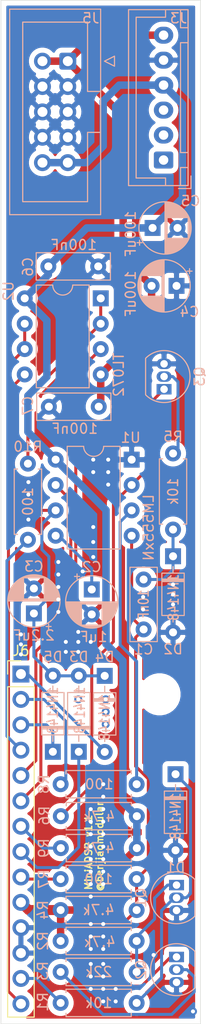
<source format=kicad_pcb>
(kicad_pcb (version 20171130) (host pcbnew 5.1.9+dfsg1-1~bpo10+1)
  (layers (0 F.Cu signal) (31 B.Cu signal) (34 B.Paste user hide) (35 F.Paste user hide) (36 B.SilkS user) (37 F.SilkS user) (38 B.Mask user) (39 F.Mask user) (44 Edge.Cuts user))
  (net 0 "")
  (net 1 "Net-(C1-Pad1)")
  (net 2 "Net-(C1-Pad2)")
  (net 3 "Net-(C2-Pad1)")
  (net 4 GND2)
  (net 5 "Net-(C3-Pad1)")
  (net 6 +12V)
  (net 7 -12V)
  (net 8 "Net-(D1-Pad1)")
  (net 9 "Net-(Q1-Pad1)")
  (net 10 "Net-(Q2-Pad2)")
  (net 11 "Net-(Q3-Pad2)")
  (net 12 "Net-(Q3-Pad1)")
  (net 13 "Net-(R8-Pad1)")
  (net 14 "Net-(R10-Pad1)")
  (net 15 B4)
  (net 16 B5)
  (net 17 B1)
  (net 18 B2)
  (net 19 B3)
  (net 20 B6)
  (net 21 B7)
  (net 22 B8)
  (net 23 B9)
  (net 24 B10)
  (net 25 B11)
  (module Capacitor_THT:C_Rect_L7.2mm_W2.5mm_P5.00mm_FKS2_FKP2_MKS2_MKP2 (layer B.Cu) (at 149.3 111 270)
    (fp_text reference C1 (at 7 0 180) (layer B.SilkS) (effects (justify mirror)))
    (fp_text value 10nF (at 2.5 0 90) (layer B.SilkS) (effects (font (size 1 0.8)) (justify mirror)))
    (pad 1 thru_hole circle (at 0 0 270) (size 1.6 1.6) (drill 0.8) (layers *.Cu *.Mask) (net 1 "Net-(C1-Pad1)"))
    (pad 2 thru_hole circle (at 5 0 270) (size 1.6 1.6) (drill 0.8) (layers *.Cu *.Mask) (net 2 "Net-(C1-Pad2)"))
  )
  (module Diode_THT:D_DO-35_SOD27_P7.62mm_Horizontal (layer B.Cu) (at 152.5 130.5 270)
    (fp_text reference D1 (at 9.35 0 180) (layer B.SilkS) (effects (justify mirror)))
    (fp_text value 1N4148 (at 4.2 0 270) (layer B.SilkS) (effects (font (size 1 0.8)) (justify mirror)))
    (pad 2 thru_hole oval (at 7.62 0 270) (size 1.6 1.6) (drill 0.8) (layers *.Cu *.Mask) (net 4 GND2))
    (pad 1 thru_hole rect (at 0 0 270) (size 1.6 1.6) (drill 0.8) (layers *.Cu *.Mask) (net 8 "Net-(D1-Pad1)"))
  )
  (module Resistor_THT:R_Axial_DIN0207_L6.3mm_D2.5mm_P7.62mm_Horizontal (layer B.Cu) (at 152.25 106 90)
    (fp_text reference R5 (at 9.3 0 180) (layer B.SilkS) (effects (justify mirror)))
    (fp_text value 10k (at 3.81 0 90) (layer B.SilkS) (effects (justify mirror)))
    (pad 1 thru_hole circle (at 0 0 90) (size 1.6 1.6) (drill 0.8) (layers *.Cu *.Mask) (net 1 "Net-(C1-Pad1)"))
    (pad 2 thru_hole oval (at 7.62 0 90) (size 1.6 1.6) (drill 0.8) (layers *.Cu *.Mask) (net 11 "Net-(Q3-Pad2)"))
  )
  (module Diode_THT:D_DO-35_SOD27_P7.62mm_Horizontal (layer B.Cu) (at 152.25 108.675 270)
    (fp_text reference D2 (at 9.3 0 180) (layer B.SilkS) (effects (justify mirror)))
    (fp_text value 1N4148 (at 4.125 -0.05 270) (layer B.SilkS) (effects (font (size 1 0.8)) (justify mirror)))
    (pad 1 thru_hole rect (at 0 0 270) (size 1.6 1.6) (drill 0.8) (layers *.Cu *.Mask) (net 1 "Net-(C1-Pad1)"))
    (pad 2 thru_hole oval (at 7.62 0 270) (size 1.6 1.6) (drill 0.8) (layers *.Cu *.Mask) (net 4 GND2))
  )
  (module Package_DIP:DIP-8_W7.62mm (layer B.Cu) (at 148.1 99 180)
    (fp_text reference U1 (at 0.1 2.2 180) (layer B.SilkS) (effects (justify mirror)))
    (fp_text value LM555xN (at -1.7 -6.8 90) (layer B.SilkS) (effects (justify mirror)))
    (pad 1 thru_hole rect (at 0 0 180) (size 1.6 1.6) (drill 0.8) (layers *.Cu *.Mask) (net 4 GND2))
    (pad 5 thru_hole oval (at 7.62 -7.62 180) (size 1.6 1.6) (drill 0.8) (layers *.Cu *.Mask) (net 3 "Net-(C2-Pad1)"))
    (pad 2 thru_hole oval (at 0 -2.54 180) (size 1.6 1.6) (drill 0.8) (layers *.Cu *.Mask) (net 12 "Net-(Q3-Pad1)"))
    (pad 6 thru_hole oval (at 7.62 -5.08 180) (size 1.6 1.6) (drill 0.8) (layers *.Cu *.Mask) (net 5 "Net-(C3-Pad1)"))
    (pad 3 thru_hole oval (at 0 -5.08 180) (size 1.6 1.6) (drill 0.8) (layers *.Cu *.Mask) (net 13 "Net-(R8-Pad1)"))
    (pad 7 thru_hole oval (at 7.62 -2.54 180) (size 1.6 1.6) (drill 0.8) (layers *.Cu *.Mask) (net 21 B7))
    (pad 4 thru_hole oval (at 0 -7.62 180) (size 1.6 1.6) (drill 0.8) (layers *.Cu *.Mask) (net 2 "Net-(C1-Pad2)"))
    (pad 8 thru_hole oval (at 7.62 0 180) (size 1.6 1.6) (drill 0.8) (layers *.Cu *.Mask) (net 6 +12V))
  )
  (module Capacitor_THT:CP_Radial_D5.0mm_P2.50mm (layer B.Cu) (at 144.1 112 270)
    (fp_text reference C2 (at -2.25 0 180) (layer B.SilkS) (effects (justify mirror)))
    (fp_text value 1uF (at 4.75 -0.2 180) (layer B.SilkS) (effects (justify mirror)))
    (pad 2 thru_hole circle (at 2.5 0 270) (size 1.6 1.6) (drill 0.8) (layers *.Cu *.Mask) (net 4 GND2))
    (pad 1 thru_hole rect (at 0 0 270) (size 1.6 1.6) (drill 0.8) (layers *.Cu *.Mask) (net 3 "Net-(C2-Pad1)"))
  )
  (module Connector_PinHeader_2.54mm:PinHeader_1x14_P2.54mm_Vertical (layer F.Cu) (at 137 120.47)
    (fp_text reference J6 (at 0 -2.33) (layer F.SilkS))
    (fp_text value MainBoard_Pins)
    (pad 1 thru_hole rect (at 0 0) (size 1.7 1.7) (drill 1) (layers *.Cu *.Mask) (net 19 B3))
    (pad 2 thru_hole oval (at 0 2.54) (size 1.7 1.7) (drill 1) (layers *.Cu *.Mask) (net 15 B4))
    (pad 3 thru_hole oval (at 0 5.08) (size 1.7 1.7) (drill 1) (layers *.Cu *.Mask) (net 16 B5))
    (pad 4 thru_hole oval (at 0 7.62) (size 1.7 1.7) (drill 1) (layers *.Cu *.Mask) (net 20 B6))
    (pad 5 thru_hole oval (at 0 10.16) (size 1.7 1.7) (drill 1) (layers *.Cu *.Mask) (net 21 B7))
    (pad 6 thru_hole oval (at 0 12.7) (size 1.7 1.7) (drill 1) (layers *.Cu *.Mask) (net 22 B8))
    (pad 7 thru_hole oval (at 0 15.24) (size 1.7 1.7) (drill 1) (layers *.Cu *.Mask) (net 23 B9))
    (pad 8 thru_hole oval (at 0 17.78) (size 1.7 1.7) (drill 1) (layers *.Cu *.Mask) (net 24 B10))
    (pad 9 thru_hole oval (at 0 20.32) (size 1.7 1.7) (drill 1) (layers *.Cu *.Mask) (net 25 B11))
    (pad 10 thru_hole oval (at 0 22.86) (size 1.7 1.7) (drill 1) (layers *.Cu *.Mask) (net 6 +12V))
    (pad 11 thru_hole oval (at 0 25.4) (size 1.7 1.7) (drill 1) (layers *.Cu *.Mask) (net 4 GND2))
    (pad 12 thru_hole oval (at 0 27.94) (size 1.7 1.7) (drill 1) (layers *.Cu *.Mask) (net 4 GND2))
    (pad 13 thru_hole oval (at 0 30.48) (size 1.7 1.7) (drill 1) (layers *.Cu *.Mask) (net 17 B1))
    (pad 14 thru_hole oval (at 0 33.02) (size 1.7 1.7) (drill 1) (layers *.Cu *.Mask) (net 18 B2))
  )
  (module Resistor_THT:R_Axial_DIN0207_L6.3mm_D2.5mm_P7.62mm_Horizontal (layer B.Cu) (at 148.6 150.3 180)
    (fp_text reference R3 (at 9.4 0.1 270) (layer B.SilkS) (effects (justify mirror)))
    (fp_text value 22k (at 3.8 0) (layer B.SilkS) (effects (justify mirror)))
    (pad 1 thru_hole circle (at 0 0 180) (size 1.6 1.6) (drill 0.8) (layers *.Cu *.Mask) (net 9 "Net-(Q1-Pad1)"))
    (pad 2 thru_hole oval (at 7.62 0 180) (size 1.6 1.6) (drill 0.8) (layers *.Cu *.Mask) (net 10 "Net-(Q2-Pad2)"))
  )
  (module Resistor_THT:R_Axial_DIN0207_L6.3mm_D2.5mm_P7.62mm_Horizontal (layer B.Cu) (at 148.6 153.4 180)
    (fp_text reference R1 (at 9.4 0.1 270) (layer B.SilkS) (effects (justify mirror)))
    (fp_text value 10k (at 3.8 0) (layer B.SilkS) (effects (justify mirror)))
    (pad 1 thru_hole circle (at 0 0 180) (size 1.6 1.6) (drill 0.8) (layers *.Cu *.Mask) (net 8 "Net-(D1-Pad1)"))
    (pad 2 thru_hole oval (at 7.62 0 180) (size 1.6 1.6) (drill 0.8) (layers *.Cu *.Mask) (net 17 B1))
  )
  (module Resistor_THT:R_Axial_DIN0207_L6.3mm_D2.5mm_P7.62mm_Horizontal (layer B.Cu) (at 141 137.9)
    (fp_text reference R9 (at -1.7 0 270) (layer B.SilkS) (effects (justify mirror)))
    (fp_text value 4.7k (at 3.81 0) (layer B.SilkS) (effects (justify mirror)))
    (pad 2 thru_hole oval (at 7.62 0) (size 1.6 1.6) (drill 0.8) (layers *.Cu *.Mask) (net 6 +12V))
    (pad 1 thru_hole circle (at 0 0) (size 1.6 1.6) (drill 0.8) (layers *.Cu *.Mask) (net 23 B9))
  )
  (module MountingHole:MountingHole_3.2mm_M3 (layer F.Cu) (at 150.9 122.5)
    (fp_text reference REF** hide)
    (fp_text value MountingHole_3.2mm_M3)
    (pad 1 np_thru_hole circle (at 0 0) (size 3.2 3.2) (drill 3.2) (layers *.Cu *.Mask))
  )
  (module Resistor_THT:R_Axial_DIN0207_L6.3mm_D2.5mm_P7.62mm_Horizontal (layer B.Cu) (at 137.7 99.4 270)
    (fp_text reference R10 (at -1.7 0 180) (layer B.SilkS) (effects (justify mirror)))
    (fp_text value 100 (at 3.8 0 90) (layer B.SilkS) (effects (justify mirror)))
    (pad 2 thru_hole oval (at 7.62 0 270) (size 1.6 1.6) (drill 0.8) (layers *.Cu *.Mask) (net 20 B6))
    (pad 1 thru_hole circle (at 0 0 270) (size 1.6 1.6) (drill 0.8) (layers *.Cu *.Mask) (net 14 "Net-(R10-Pad1)"))
  )
  (module Resistor_THT:R_Axial_DIN0207_L6.3mm_D2.5mm_P7.62mm_Horizontal (layer B.Cu) (at 148.6 131.5 180)
    (fp_text reference R8 (at 9.3 0 270) (layer B.SilkS) (effects (justify mirror)))
    (fp_text value 100 (at 3.75 0) (layer B.SilkS) (effects (justify mirror)))
    (pad 1 thru_hole circle (at 0 0 180) (size 1.6 1.6) (drill 0.8) (layers *.Cu *.Mask) (net 13 "Net-(R8-Pad1)"))
    (pad 2 thru_hole oval (at 7.62 0 180) (size 1.6 1.6) (drill 0.8) (layers *.Cu *.Mask) (net 15 B4))
  )
  (module Resistor_THT:R_Axial_DIN0207_L6.3mm_D2.5mm_P7.62mm_Horizontal (layer B.Cu) (at 148.6 141 180)
    (fp_text reference R7 (at 9.3 0 270) (layer B.SilkS) (effects (justify mirror)))
    (fp_text value 100 (at 3.81 0) (layer B.SilkS) (effects (justify mirror)))
    (pad 1 thru_hole circle (at 0 0 180) (size 1.6 1.6) (drill 0.8) (layers *.Cu *.Mask) (net 2 "Net-(C1-Pad2)"))
    (pad 2 thru_hole oval (at 7.62 0 180) (size 1.6 1.6) (drill 0.8) (layers *.Cu *.Mask) (net 25 B11))
  )
  (module Resistor_THT:R_Axial_DIN0207_L6.3mm_D2.5mm_P7.62mm_Horizontal (layer B.Cu) (at 141 134.7)
    (fp_text reference R6 (at -1.65 -0.05 270) (layer B.SilkS) (effects (justify mirror)))
    (fp_text value 4.7k (at 3.85 0.05) (layer B.SilkS) (effects (justify mirror)))
    (pad 2 thru_hole oval (at 7.62 0) (size 1.6 1.6) (drill 0.8) (layers *.Cu *.Mask) (net 6 +12V))
    (pad 1 thru_hole circle (at 0 0) (size 1.6 1.6) (drill 0.8) (layers *.Cu *.Mask) (net 12 "Net-(Q3-Pad1)"))
  )
  (module Resistor_THT:R_Axial_DIN0207_L6.3mm_D2.5mm_P7.62mm_Horizontal (layer B.Cu) (at 148.6 144.1 180)
    (fp_text reference R4 (at 9.4 0 270) (layer B.SilkS) (effects (justify mirror)))
    (fp_text value 4.7k (at 3.81 0) (layer B.SilkS) (effects (justify mirror)))
    (pad 2 thru_hole oval (at 7.62 0 180) (size 1.6 1.6) (drill 0.8) (layers *.Cu *.Mask) (net 6 +12V))
    (pad 1 thru_hole circle (at 0 0 180) (size 1.6 1.6) (drill 0.8) (layers *.Cu *.Mask) (net 2 "Net-(C1-Pad2)"))
  )
  (module Resistor_THT:R_Axial_DIN0207_L6.3mm_D2.5mm_P7.62mm_Horizontal (layer B.Cu) (at 148.6 147.2 180)
    (fp_text reference R2 (at 9.4 0 270) (layer B.SilkS) (effects (justify mirror)))
    (fp_text value 4.7k (at 3.7 -0.1) (layer B.SilkS) (effects (justify mirror)))
    (pad 2 thru_hole oval (at 7.62 0 180) (size 1.6 1.6) (drill 0.8) (layers *.Cu *.Mask) (net 6 +12V))
    (pad 1 thru_hole circle (at 0 0 180) (size 1.6 1.6) (drill 0.8) (layers *.Cu *.Mask) (net 9 "Net-(Q1-Pad1)"))
  )
  (module Capacitor_THT:CP_Radial_D5.0mm_P2.50mm (layer B.Cu) (at 138.3 114.4 90)
    (fp_text reference C3 (at 4.7 0 180) (layer B.SilkS) (effects (justify mirror)))
    (fp_text value 2.2uF (at -2.2 0 180) (layer B.SilkS) (effects (justify mirror)))
    (pad 1 thru_hole rect (at 0 0 90) (size 1.6 1.6) (drill 0.8) (layers *.Cu *.Mask) (net 5 "Net-(C3-Pad1)"))
    (pad 2 thru_hole circle (at 2.5 0 90) (size 1.6 1.6) (drill 0.8) (layers *.Cu *.Mask) (net 4 GND2))
  )
  (module Capacitor_THT:CP_Radial_D5.0mm_P2.50mm (layer B.Cu) (at 150.2 75.8)
    (fp_text reference C4 (at 3.7 8.4 180) (layer B.SilkS) (effects (justify mirror)))
    (fp_text value 100uF (at -2.2 0.6 90) (layer B.SilkS) (effects (justify mirror)))
    (pad 2 thru_hole circle (at 2.5 0) (size 1.6 1.6) (drill 0.8) (layers *.Cu *.Mask) (net 4 GND2))
    (pad 1 thru_hole rect (at 0 0) (size 1.6 1.6) (drill 0.8) (layers *.Cu *.Mask) (net 6 +12V))
  )
  (module Capacitor_THT:CP_Radial_D5.0mm_P2.50mm (layer B.Cu) (at 152.6 81.6 180)
    (fp_text reference C5 (at -1.4 8.5 180) (layer B.SilkS) (effects (justify mirror)))
    (fp_text value 100uF (at 4.6 -0.8 90) (layer B.SilkS) (effects (justify mirror)))
    (pad 1 thru_hole rect (at 0 0 180) (size 1.6 1.6) (drill 0.8) (layers *.Cu *.Mask) (net 4 GND2))
    (pad 2 thru_hole circle (at 2.5 0 180) (size 1.6 1.6) (drill 0.8) (layers *.Cu *.Mask) (net 7 -12V))
  )
  (module Capacitor_THT:C_Rect_L7.2mm_W2.5mm_P5.00mm_FKS2_FKP2_MKS2_MKP2 (layer B.Cu) (at 139.75 79.65)
    (fp_text reference C6 (at -2.05 0.05 90) (layer B.SilkS) (effects (justify mirror)))
    (fp_text value 100nF (at 2.55 -2.15) (layer B.SilkS) (effects (justify mirror)))
    (pad 2 thru_hole circle (at 5 0) (size 1.6 1.6) (drill 0.8) (layers *.Cu *.Mask) (net 4 GND2))
    (pad 1 thru_hole circle (at 0 0) (size 1.6 1.6) (drill 0.8) (layers *.Cu *.Mask) (net 6 +12V))
  )
  (module Capacitor_THT:C_Rect_L7.2mm_W2.5mm_P5.00mm_FKS2_FKP2_MKS2_MKP2 (layer B.Cu) (at 139.8 93.7)
    (fp_text reference C7 (at -2.1 -0.1 90) (layer B.SilkS) (effects (justify mirror)))
    (fp_text value 100nF (at 2.6 2.2) (layer B.SilkS) (effects (justify mirror)))
    (pad 1 thru_hole circle (at 0 0) (size 1.6 1.6) (drill 0.8) (layers *.Cu *.Mask) (net 4 GND2))
    (pad 2 thru_hole circle (at 5 0) (size 1.6 1.6) (drill 0.8) (layers *.Cu *.Mask) (net 7 -12V))
  )
  (module Diode_THT:D_DO-35_SOD27_P7.62mm_Horizontal (layer B.Cu) (at 142.8 128.25 90)
    (fp_text reference D3 (at 9.5 0) (layer B.SilkS) (effects (justify mirror)))
    (fp_text value 1N4148 (at 4.15 0.1 90) (layer B.SilkS) (effects (font (size 1 0.8)) (justify mirror)))
    (pad 2 thru_hole oval (at 7.62 0 90) (size 1.6 1.6) (drill 0.8) (layers *.Cu *.Mask) (net 5 "Net-(C3-Pad1)"))
    (pad 1 thru_hole rect (at 0 0 90) (size 1.6 1.6) (drill 0.8) (layers *.Cu *.Mask) (net 24 B10))
  )
  (module Diode_THT:D_DO-35_SOD27_P7.62mm_Horizontal (layer B.Cu) (at 145.4 120.65 270)
    (fp_text reference D4 (at -1.9 0 180) (layer B.SilkS) (effects (justify mirror)))
    (fp_text value 1N4148 (at 4.15 0 90) (layer B.SilkS) (effects (font (size 1 0.8)) (justify mirror)))
    (pad 1 thru_hole rect (at 0 0 270) (size 1.6 1.6) (drill 0.8) (layers *.Cu *.Mask) (net 5 "Net-(C3-Pad1)"))
    (pad 2 thru_hole oval (at 7.62 0 270) (size 1.6 1.6) (drill 0.8) (layers *.Cu *.Mask) (net 19 B3))
  )
  (module Diode_THT:D_DO-35_SOD27_P7.62mm_Horizontal (layer B.Cu) (at 140.2 128.25 90)
    (fp_text reference D5 (at 9.5 0 180) (layer B.SilkS) (effects (justify mirror)))
    (fp_text value 1N4148 (at 4.15 0 90) (layer B.SilkS) (effects (font (size 1 0.8)) (justify mirror)))
    (pad 1 thru_hole rect (at 0 0 90) (size 1.6 1.6) (drill 0.8) (layers *.Cu *.Mask) (net 16 B5))
    (pad 2 thru_hole oval (at 7.62 0 90) (size 1.6 1.6) (drill 0.8) (layers *.Cu *.Mask) (net 5 "Net-(C3-Pad1)"))
  )
  (module Connector_JST:JST_XH_B6B-XH-A_1x06_P2.50mm_Vertical (layer B.Cu) (at 151.3 69 90)
    (fp_text reference J3 (at 14.2 1.5) (layer B.SilkS) (effects (justify mirror)))
    (fp_text value JST_BUS)
    (pad 1 thru_hole roundrect (at 0 0 90) (size 1.7 1.95) (drill 0.95) (layers *.Cu *.Mask) (roundrect_rratio 0.1470588235294118))
    (pad 2 thru_hole oval (at 2.5 0 90) (size 1.7 1.95) (drill 0.95) (layers *.Cu *.Mask))
    (pad 3 thru_hole oval (at 5 0 90) (size 1.7 1.95) (drill 0.95) (layers *.Cu *.Mask))
    (pad 4 thru_hole oval (at 7.5 0 90) (size 1.7 1.95) (drill 0.95) (layers *.Cu *.Mask) (net 6 +12V))
    (pad 5 thru_hole oval (at 10 0 90) (size 1.7 1.95) (drill 0.95) (layers *.Cu *.Mask) (net 4 GND2))
    (pad 6 thru_hole oval (at 12.5 0 90) (size 1.7 1.95) (drill 0.95) (layers *.Cu *.Mask) (net 7 -12V))
  )
  (module Connector_IDC:IDC-Header_2x05_P2.54mm_Vertical (layer B.Cu) (at 141.7 59.1 180)
    (fp_text reference J5 (at -2.3 4.3) (layer B.SilkS) (effects (justify mirror)))
    (fp_text value IDC_BUS)
    (pad 1 thru_hole roundrect (at 0 0 180) (size 1.7 1.7) (drill 1) (layers *.Cu *.Mask) (roundrect_rratio 0.1470588235294118) (net 7 -12V))
    (pad 3 thru_hole circle (at 0 -2.54 180) (size 1.7 1.7) (drill 1) (layers *.Cu *.Mask) (net 4 GND2))
    (pad 5 thru_hole circle (at 0 -5.08 180) (size 1.7 1.7) (drill 1) (layers *.Cu *.Mask) (net 4 GND2))
    (pad 7 thru_hole circle (at 0 -7.62 180) (size 1.7 1.7) (drill 1) (layers *.Cu *.Mask) (net 4 GND2))
    (pad 9 thru_hole circle (at 0 -10.16 180) (size 1.7 1.7) (drill 1) (layers *.Cu *.Mask) (net 6 +12V))
    (pad 2 thru_hole circle (at 2.54 0 180) (size 1.7 1.7) (drill 1) (layers *.Cu *.Mask) (net 7 -12V))
    (pad 4 thru_hole circle (at 2.54 -2.54 180) (size 1.7 1.7) (drill 1) (layers *.Cu *.Mask) (net 4 GND2))
    (pad 6 thru_hole circle (at 2.54 -5.08 180) (size 1.7 1.7) (drill 1) (layers *.Cu *.Mask) (net 4 GND2))
    (pad 8 thru_hole circle (at 2.54 -7.62 180) (size 1.7 1.7) (drill 1) (layers *.Cu *.Mask) (net 4 GND2))
    (pad 10 thru_hole circle (at 2.54 -10.16 180) (size 1.7 1.7) (drill 1) (layers *.Cu *.Mask) (net 6 +12V))
  )
  (module Package_DIP:DIP-8_W7.62mm (layer B.Cu) (at 145 82.85 180)
    (fp_text reference U2 (at 9.25 0.725 90) (layer B.SilkS) (effects (justify mirror)))
    (fp_text value TL072 (at -1.8 -7.65 90) (layer B.SilkS) (effects (justify mirror)))
    (pad 8 thru_hole oval (at 7.62 0 180) (size 1.6 1.6) (drill 0.8) (layers *.Cu *.Mask) (net 6 +12V))
    (pad 4 thru_hole oval (at 0 -7.62 180) (size 1.6 1.6) (drill 0.8) (layers *.Cu *.Mask) (net 7 -12V))
    (pad 7 thru_hole oval (at 7.62 -2.54 180) (size 1.6 1.6) (drill 0.8) (layers *.Cu *.Mask) (net 18 B2))
    (pad 3 thru_hole oval (at 0 -5.08 180) (size 1.6 1.6) (drill 0.8) (layers *.Cu *.Mask) (net 22 B8))
    (pad 6 thru_hole oval (at 7.62 -5.08 180) (size 1.6 1.6) (drill 0.8) (layers *.Cu *.Mask) (net 18 B2))
    (pad 2 thru_hole oval (at 0 -2.54 180) (size 1.6 1.6) (drill 0.8) (layers *.Cu *.Mask) (net 14 "Net-(R10-Pad1)"))
    (pad 5 thru_hole oval (at 7.62 -7.62 180) (size 1.6 1.6) (drill 0.8) (layers *.Cu *.Mask) (net 5 "Net-(C3-Pad1)"))
    (pad 1 thru_hole rect (at 0 0 180) (size 1.6 1.6) (drill 0.8) (layers *.Cu *.Mask) (net 14 "Net-(R10-Pad1)"))
  )
  (module Package_TO_SOT_THT:TO-92_Inline (layer B.Cu) (at 152.6 141.6 270)
    (fp_text reference Q1 (at 1.27 3.56 90) (layer B.SilkS) (effects (justify mirror)))
    (fp_text value BC547)
    (pad 2 thru_hole oval (at 1.27 0 270) (size 1.05 1.5) (drill 0.75) (layers *.Cu *.Mask) (net 8 "Net-(D1-Pad1)"))
    (pad 3 thru_hole oval (at 2.54 0 270) (size 1.05 1.5) (drill 0.75) (layers *.Cu *.Mask) (net 4 GND2))
    (pad 1 thru_hole rect (at 0 0 270) (size 1.05 1.5) (drill 0.75) (layers *.Cu *.Mask) (net 9 "Net-(Q1-Pad1)"))
  )
  (module Package_TO_SOT_THT:TO-92_Inline (layer B.Cu) (at 152.6 148.8 270)
    (fp_text reference Q2 (at 1.27 3.56 90) (layer B.SilkS) (effects (justify mirror)))
    (fp_text value BC547)
    (pad 1 thru_hole rect (at 0 0 270) (size 1.05 1.5) (drill 0.75) (layers *.Cu *.Mask) (net 2 "Net-(C1-Pad2)"))
    (pad 3 thru_hole oval (at 2.54 0 270) (size 1.05 1.5) (drill 0.75) (layers *.Cu *.Mask) (net 4 GND2))
    (pad 2 thru_hole oval (at 1.27 0 270) (size 1.05 1.5) (drill 0.75) (layers *.Cu *.Mask) (net 10 "Net-(Q2-Pad2)"))
  )
  (module Package_TO_SOT_THT:TO-92_Inline (layer B.Cu) (at 151.35 91.95 90)
    (fp_text reference Q3 (at 1.27 3.56 90) (layer B.SilkS) (effects (justify mirror)))
    (fp_text value BC547)
    (pad 2 thru_hole oval (at 1.27 0 90) (size 1.05 1.5) (drill 0.75) (layers *.Cu *.Mask) (net 11 "Net-(Q3-Pad2)"))
    (pad 3 thru_hole oval (at 2.54 0 90) (size 1.05 1.5) (drill 0.75) (layers *.Cu *.Mask) (net 4 GND2))
    (pad 1 thru_hole rect (at 0 0 90) (size 1.05 1.5) (drill 0.75) (layers *.Cu *.Mask) (net 12 "Net-(Q3-Pad1)"))
  )
  (gr_text @benjiaomodular (at 144.89 137.73 90) (layer F.SilkS) (effects (font (size 0.7 0.7))))
  (gr_text "MiniADSR v1.1" (at 143.78 138.33 90) (layer F.SilkS) (effects (font (size 0.7 0.7))))
  (gr_line (start 135 155.5) (end 135 53) (layer Edge.Cuts) (width 0.05))
  (gr_line (start 155 155.5) (end 135 155.5) (layer Edge.Cuts) (width 0.05))
  (gr_line (start 155 53) (end 155 155.5) (layer Edge.Cuts) (width 0.05))
  (gr_line (start 135 53) (end 155 53) (layer Edge.Cuts) (width 0.05))
  (via (at 145.5 123) (size 0.8) (drill 0.4) (layers F.Cu B.Cu) (net 0))
  (via (at 145.5 124.25) (size 0.8) (drill 0.4) (layers F.Cu B.Cu) (net 0))
  (via (at 145.5 125.5) (size 0.8) (drill 0.4) (layers F.Cu B.Cu) (net 0))
  (via (at 142.75 123) (size 0.8) (drill 0.4) (layers F.Cu B.Cu) (net 0))
  (segment (start 152.25 106) (end 152.25 108.675) (width 0.3) (layer B.Cu) (net 1))
  (segment (start 151.25 111) (end 149.3 111) (width 0.3) (layer B.Cu) (net 1))
  (segment (start 152.25 108.675) (end 152.25 110) (width 0.3) (layer B.Cu) (net 1))
  (segment (start 152.25 110) (end 151.25 111) (width 0.3) (layer B.Cu) (net 1))
  (segment (start 149.770001 139.829999) (end 148.6 141) (width 0.3) (layer F.Cu) (net 2))
  (segment (start 149.770001 130.967999) (end 149.770001 139.829999) (width 0.3) (layer F.Cu) (net 2))
  (segment (start 148.500001 129.697999) (end 149.770001 130.967999) (width 0.3) (layer F.Cu) (net 2))
  (segment (start 148.500001 116.799999) (end 148.500001 129.697999) (width 0.3) (layer F.Cu) (net 2))
  (segment (start 149.3 116) (end 148.500001 116.799999) (width 0.3) (layer F.Cu) (net 2))
  (segment (start 148.1 114.8) (end 149.3 116) (width 0.3) (layer F.Cu) (net 2))
  (segment (start 148.1 106.62) (end 148.1 114.8) (width 0.3) (layer F.Cu) (net 2))
  (segment (start 148.6 141) (end 148.6 144.1) (width 0.3) (layer F.Cu) (net 2))
  (segment (start 147.15 145.55) (end 148.6 144.1) (width 0.3) (layer F.Cu) (net 2))
  (segment (start 147.72 151.72) (end 147.15 151.15) (width 0.3) (layer F.Cu) (net 2))
  (segment (start 149.1 151.72) (end 147.72 151.72) (width 0.3) (layer F.Cu) (net 2))
  (segment (start 152.6 148.8) (end 152.02 148.8) (width 0.3) (layer F.Cu) (net 2))
  (segment (start 147.15 151.15) (end 147.15 145.55) (width 0.3) (layer F.Cu) (net 2))
  (segment (start 152.02 148.8) (end 149.1 151.72) (width 0.3) (layer F.Cu) (net 2))
  (segment (start 140.8 106.62) (end 140.48 106.62) (width 0.3) (layer B.Cu) (net 3))
  (segment (start 144.1 112) (end 144.1 109.92) (width 0.3) (layer B.Cu) (net 3))
  (segment (start 144.1 109.92) (end 140.8 106.62) (width 0.3) (layer B.Cu) (net 3))
  (via (at 154.25 154.25) (size 0.8) (drill 0.4) (layers F.Cu B.Cu) (net 4))
  (via (at 150.3 148.6) (size 0.8) (drill 0.4) (layers F.Cu B.Cu) (net 4))
  (via (at 144 117.25) (size 0.8) (drill 0.4) (layers F.Cu B.Cu) (net 4))
  (via (at 142.75 117.25) (size 0.8) (drill 0.4) (layers F.Cu B.Cu) (net 4))
  (via (at 141.5 117.25) (size 0.8) (drill 0.4) (layers F.Cu B.Cu) (net 4))
  (via (at 137 116.5) (size 0.8) (drill 0.4) (layers F.Cu B.Cu) (net 4))
  (via (at 137 117.5) (size 0.8) (drill 0.4) (layers F.Cu B.Cu) (net 4))
  (via (at 137 118.5) (size 0.8) (drill 0.4) (layers F.Cu B.Cu) (net 4))
  (via (at 144.25 108.75) (size 0.8) (drill 0.4) (layers F.Cu B.Cu) (net 4))
  (via (at 142.75 116.25) (size 0.8) (drill 0.4) (layers F.Cu B.Cu) (net 4))
  (via (at 142.75 118.25) (size 0.8) (drill 0.4) (layers F.Cu B.Cu) (net 4))
  (via (at 141.5 118.25) (size 0.8) (drill 0.4) (layers F.Cu B.Cu) (net 4))
  (via (at 140.75 114.25) (size 0.8) (drill 0.4) (layers F.Cu B.Cu) (net 4))
  (via (at 140.75 113) (size 0.8) (drill 0.4) (layers F.Cu B.Cu) (net 4))
  (via (at 140.75 111.75) (size 0.8) (drill 0.4) (layers F.Cu B.Cu) (net 4))
  (via (at 152.25 113.5) (size 0.8) (drill 0.4) (layers F.Cu B.Cu) (net 4))
  (via (at 152.25 112.5) (size 0.8) (drill 0.4) (layers F.Cu B.Cu) (net 4))
  (via (at 152.25 111.5) (size 0.8) (drill 0.4) (layers F.Cu B.Cu) (net 4))
  (via (at 149.25 112.75) (size 0.8) (drill 0.4) (layers F.Cu B.Cu) (net 4))
  (via (at 149.25 114) (size 0.8) (drill 0.4) (layers F.Cu B.Cu) (net 4))
  (via (at 145.75 99) (size 0.8) (drill 0.4) (layers F.Cu B.Cu) (net 4))
  (via (at 145.75 100.25) (size 0.8) (drill 0.4) (layers F.Cu B.Cu) (net 4))
  (via (at 145.75 101.5) (size 0.8) (drill 0.4) (layers F.Cu B.Cu) (net 4))
  (via (at 144.25 100.25) (size 0.8) (drill 0.4) (layers F.Cu B.Cu) (net 4))
  (via (at 144.25 99) (size 0.8) (drill 0.4) (layers F.Cu B.Cu) (net 4))
  (via (at 144.25 105.75) (size 0.8) (drill 0.4) (layers F.Cu B.Cu) (net 4))
  (via (at 144.25 107.25) (size 0.8) (drill 0.4) (layers F.Cu B.Cu) (net 4))
  (via (at 140.75 110.5) (size 0.8) (drill 0.4) (layers F.Cu B.Cu) (net 4))
  (via (at 140.75 109.25) (size 0.8) (drill 0.4) (layers F.Cu B.Cu) (net 4))
  (via (at 145.25 131.5) (size 0.8) (drill 0.4) (layers F.Cu B.Cu) (net 4))
  (via (at 145.25 132.75) (size 0.8) (drill 0.4) (layers F.Cu B.Cu) (net 4))
  (via (at 145.25 134) (size 0.8) (drill 0.4) (layers F.Cu B.Cu) (net 4))
  (via (at 145.25 135.25) (size 0.8) (drill 0.4) (layers F.Cu B.Cu) (net 4))
  (via (at 145.25 136.5) (size 0.8) (drill 0.4) (layers F.Cu B.Cu) (net 4))
  (via (at 145.25 137.75) (size 0.8) (drill 0.4) (layers F.Cu B.Cu) (net 4))
  (via (at 145.25 139) (size 0.8) (drill 0.4) (layers F.Cu B.Cu) (net 4))
  (via (at 145.25 140.25) (size 0.8) (drill 0.4) (layers F.Cu B.Cu) (net 4))
  (via (at 145.25 141.5) (size 0.8) (drill 0.4) (layers F.Cu B.Cu) (net 4))
  (via (at 144 141.5) (size 0.8) (drill 0.4) (layers F.Cu B.Cu) (net 4))
  (via (at 144 140.25) (size 0.8) (drill 0.4) (layers F.Cu B.Cu) (net 4))
  (via (at 144 139) (size 0.8) (drill 0.4) (layers F.Cu B.Cu) (net 4))
  (via (at 144 137.75) (size 0.8) (drill 0.4) (layers F.Cu B.Cu) (net 4))
  (via (at 144 136.5) (size 0.8) (drill 0.4) (layers F.Cu B.Cu) (net 4))
  (via (at 144 135.25) (size 0.8) (drill 0.4) (layers F.Cu B.Cu) (net 4))
  (via (at 144 134) (size 0.8) (drill 0.4) (layers F.Cu B.Cu) (net 4))
  (via (at 144 142.75) (size 0.8) (drill 0.4) (layers F.Cu B.Cu) (net 4))
  (via (at 144 145.5) (size 0.8) (drill 0.4) (layers F.Cu B.Cu) (net 4))
  (via (at 144 146.75) (size 0.8) (drill 0.4) (layers F.Cu B.Cu) (net 4))
  (via (at 144 148) (size 0.8) (drill 0.4) (layers F.Cu B.Cu) (net 4))
  (via (at 144 149.5) (size 0.8) (drill 0.4) (layers F.Cu B.Cu) (net 4))
  (via (at 144 150.75) (size 0.8) (drill 0.4) (layers F.Cu B.Cu) (net 4))
  (via (at 144 152) (size 0.8) (drill 0.4) (layers F.Cu B.Cu) (net 4))
  (via (at 145.25 152) (size 0.8) (drill 0.4) (layers F.Cu B.Cu) (net 4))
  (via (at 145.25 150.75) (size 0.8) (drill 0.4) (layers F.Cu B.Cu) (net 4))
  (via (at 145.25 149.5) (size 0.8) (drill 0.4) (layers F.Cu B.Cu) (net 4))
  (via (at 145.25 148) (size 0.8) (drill 0.4) (layers F.Cu B.Cu) (net 4))
  (via (at 145.25 146.75) (size 0.8) (drill 0.4) (layers F.Cu B.Cu) (net 4))
  (via (at 145.25 145.5) (size 0.8) (drill 0.4) (layers F.Cu B.Cu) (net 4))
  (via (at 145.25 153.25) (size 0.8) (drill 0.4) (layers F.Cu B.Cu) (net 4))
  (via (at 146.5 153.25) (size 0.8) (drill 0.4) (layers F.Cu B.Cu) (net 4))
  (via (at 146.5 152) (size 0.8) (drill 0.4) (layers F.Cu B.Cu) (net 4))
  (via (at 137.75 101.25) (size 0.8) (drill 0.4) (layers F.Cu B.Cu) (net 4))
  (via (at 137.75 102.5) (size 0.8) (drill 0.4) (layers F.Cu B.Cu) (net 4))
  (via (at 137.75 105) (size 0.8) (drill 0.4) (layers F.Cu B.Cu) (net 4))
  (via (at 143.19 110.19) (size 0.8) (drill 0.4) (layers F.Cu B.Cu) (net 4))
  (segment (start 138.3 118.73) (end 140.2 120.63) (width 0.3) (layer B.Cu) (net 5))
  (segment (start 138.3 114.4) (end 138.3 118.73) (width 0.3) (layer B.Cu) (net 5))
  (segment (start 139.8 112.8) (end 138.3 114.3) (width 0.3) (layer B.Cu) (net 5))
  (segment (start 139.8 108.7) (end 139.8 112.8) (width 0.3) (layer B.Cu) (net 5))
  (segment (start 139.1 108) (end 139.8 108.7) (width 0.3) (layer B.Cu) (net 5))
  (segment (start 140.48 104.08) (end 139.1 105.46) (width 0.3) (layer B.Cu) (net 5))
  (segment (start 138.3 114.3) (end 138.3 114.4) (width 0.3) (layer B.Cu) (net 5))
  (segment (start 139.1 105.46) (end 139.1 108) (width 0.3) (layer B.Cu) (net 5))
  (segment (start 140.22 120.65) (end 140.2 120.63) (width 0.3) (layer B.Cu) (net 5))
  (segment (start 145.4 120.65) (end 140.22 120.65) (width 0.3) (layer B.Cu) (net 5))
  (segment (start 136.25 91.6) (end 137.38 90.47) (width 0.3) (layer F.Cu) (net 5))
  (segment (start 136.25 103.25) (end 136.25 91.6) (width 0.3) (layer F.Cu) (net 5))
  (segment (start 140.48 104.08) (end 137.08 104.08) (width 0.3) (layer F.Cu) (net 5))
  (segment (start 137.08 104.08) (end 136.25 103.25) (width 0.3) (layer F.Cu) (net 5))
  (segment (start 140.98 144.1) (end 140.98 147.2) (width 0.75) (layer F.Cu) (net 6))
  (segment (start 137.77 144.1) (end 137 143.33) (width 1) (layer F.Cu) (net 6))
  (segment (start 140.98 144.1) (end 137.77 144.1) (width 1) (layer F.Cu) (net 6))
  (segment (start 143.6 75.8) (end 139.75 79.65) (width 0.75) (layer B.Cu) (net 6))
  (segment (start 150.2 75.8) (end 143.6 75.8) (width 0.75) (layer B.Cu) (net 6))
  (segment (start 139.75 80.48) (end 137.38 82.85) (width 0.75) (layer B.Cu) (net 6))
  (segment (start 139.75 79.65) (end 139.75 80.48) (width 0.75) (layer B.Cu) (net 6))
  (segment (start 137.7 96.22) (end 140.48 99) (width 0.75) (layer B.Cu) (net 6))
  (segment (start 137.7 92.6) (end 137.7 96.22) (width 0.75) (layer B.Cu) (net 6))
  (segment (start 139.6 90.7) (end 137.7 92.6) (width 0.75) (layer B.Cu) (net 6))
  (segment (start 137.38 82.85) (end 139.6 85.07) (width 0.75) (layer B.Cu) (net 6))
  (segment (start 139.6 85.07) (end 139.6 90.7) (width 0.75) (layer B.Cu) (net 6))
  (segment (start 145.25 67.6) (end 143.59 69.26) (width 0.75) (layer B.Cu) (net 6))
  (segment (start 145.25 63.1) (end 145.25 67.6) (width 0.75) (layer B.Cu) (net 6))
  (segment (start 143.59 69.26) (end 141.7 69.26) (width 0.75) (layer B.Cu) (net 6))
  (segment (start 151.3 61.5) (end 146.85 61.5) (width 0.75) (layer B.Cu) (net 6))
  (segment (start 146.85 61.5) (end 145.25 63.1) (width 0.75) (layer B.Cu) (net 6))
  (segment (start 153.2 72.8) (end 150.2 75.8) (width 0.75) (layer B.Cu) (net 6))
  (segment (start 151.3 61.5) (end 153.2 63.4) (width 0.75) (layer B.Cu) (net 6))
  (segment (start 153.2 63.4) (end 153.2 72.8) (width 0.75) (layer B.Cu) (net 6))
  (segment (start 146.925 141.375) (end 146.925 139.595) (width 0.75) (layer F.Cu) (net 6))
  (segment (start 146.925 139.595) (end 148.62 137.9) (width 0.75) (layer F.Cu) (net 6))
  (segment (start 140.98 144.1) (end 144.2 144.1) (width 0.75) (layer F.Cu) (net 6))
  (segment (start 144.2 144.1) (end 146.925 141.375) (width 0.75) (layer F.Cu) (net 6))
  (segment (start 148.62 134.7) (end 148.62 137.9) (width 0.75) (layer B.Cu) (net 6))
  (segment (start 147.224999 133.304999) (end 148.62 134.7) (width 0.75) (layer B.Cu) (net 6))
  (segment (start 147.224999 119.145001) (end 147.224999 133.304999) (width 0.75) (layer B.Cu) (net 6))
  (segment (start 145.53 117.450002) (end 147.224999 119.145001) (width 0.75) (layer B.Cu) (net 6))
  (segment (start 140.48 99) (end 145.53 104.05) (width 0.75) (layer B.Cu) (net 6))
  (segment (start 145.53 104.05) (end 145.53 117.450002) (width 0.75) (layer B.Cu) (net 6))
  (segment (start 141.7 69.26) (end 139.16 69.26) (width 0.75) (layer B.Cu) (net 6))
  (segment (start 150.1 85.37) (end 145 90.47) (width 0.75) (layer F.Cu) (net 7))
  (segment (start 150.1 81.6) (end 150.1 85.37) (width 0.75) (layer F.Cu) (net 7))
  (segment (start 145 93.5) (end 144.8 93.7) (width 0.75) (layer F.Cu) (net 7))
  (segment (start 145 90.47) (end 145 93.5) (width 0.75) (layer F.Cu) (net 7))
  (segment (start 144.3 56.5) (end 141.7 59.1) (width 0.75) (layer F.Cu) (net 7))
  (segment (start 151.3 56.5) (end 144.3 56.5) (width 0.75) (layer F.Cu) (net 7))
  (segment (start 141.7 59.1) (end 139.16 59.1) (width 0.75) (layer F.Cu) (net 7))
  (segment (start 141.7 59.1) (end 147.25 64.65) (width 0.75) (layer F.Cu) (net 7))
  (segment (start 147.25 78.75) (end 150.1 81.6) (width 0.75) (layer F.Cu) (net 7))
  (segment (start 147.25 64.65) (end 147.25 78.75) (width 0.75) (layer F.Cu) (net 7))
  (segment (start 151.1 150.9) (end 148.6 153.4) (width 0.3) (layer B.Cu) (net 8))
  (segment (start 152.375 142.87) (end 151.1 144.145) (width 0.3) (layer B.Cu) (net 8))
  (segment (start 151.1 144.145) (end 151.1 150.9) (width 0.3) (layer B.Cu) (net 8))
  (segment (start 152.6 142.87) (end 152.375 142.87) (width 0.3) (layer B.Cu) (net 8))
  (segment (start 153.57 142.87) (end 152.6 142.87) (width 0.3) (layer B.Cu) (net 8))
  (segment (start 154 142.45) (end 153.575 142.875) (width 0.3) (layer B.Cu) (net 8))
  (segment (start 153.575 142.875) (end 153.57 142.87) (width 0.3) (layer B.Cu) (net 8))
  (segment (start 152.5 130.5) (end 154 132) (width 0.3) (layer B.Cu) (net 8))
  (segment (start 154 132) (end 154 142.45) (width 0.3) (layer B.Cu) (net 8))
  (segment (start 148.6 147.2) (end 148.6 150.3) (width 0.3) (layer B.Cu) (net 9))
  (segment (start 148.6 146.8) (end 148.6 147.2) (width 0.3) (layer B.Cu) (net 9))
  (segment (start 150.4 142.9) (end 150.4 145) (width 0.3) (layer B.Cu) (net 9))
  (segment (start 152.6 141.6) (end 151.7 141.6) (width 0.3) (layer B.Cu) (net 9))
  (segment (start 150.4 145) (end 148.6 146.8) (width 0.3) (layer B.Cu) (net 9))
  (segment (start 151.7 141.6) (end 150.4 142.9) (width 0.3) (layer B.Cu) (net 9))
  (segment (start 145.230001 154.550001) (end 152.119999 154.550001) (width 0.3) (layer B.Cu) (net 10))
  (segment (start 140.98 150.3) (end 145.230001 154.550001) (width 0.3) (layer B.Cu) (net 10))
  (segment (start 152.119999 154.550001) (end 154.37 152.3) (width 0.3) (layer B.Cu) (net 10))
  (segment (start 154.37 150.79) (end 153.65 150.07) (width 0.3) (layer B.Cu) (net 10))
  (segment (start 153.65 150.07) (end 152.6 150.07) (width 0.3) (layer B.Cu) (net 10))
  (segment (start 154.37 152.3) (end 154.37 150.79) (width 0.3) (layer B.Cu) (net 10))
  (segment (start 152.75 91.21) (end 152.75 97.88) (width 0.3) (layer B.Cu) (net 11))
  (segment (start 151.35 90.68) (end 152.22 90.68) (width 0.3) (layer B.Cu) (net 11))
  (segment (start 152.75 97.88) (end 152.25 98.38) (width 0.3) (layer B.Cu) (net 11))
  (segment (start 152.22 90.68) (end 152.75 91.21) (width 0.3) (layer B.Cu) (net 11))
  (segment (start 144.1 131.6) (end 141 134.7) (width 0.3) (layer F.Cu) (net 12))
  (segment (start 144.1 119.4) (end 144.1 131.6) (width 0.3) (layer F.Cu) (net 12))
  (segment (start 146.27499 117.22501) (end 144.1 119.4) (width 0.3) (layer F.Cu) (net 12))
  (segment (start 148.1 101.54) (end 146.27499 103.36501) (width 0.3) (layer F.Cu) (net 12))
  (segment (start 146.27499 103.36501) (end 146.27499 117.22501) (width 0.3) (layer F.Cu) (net 12))
  (segment (start 150.1 99.54) (end 148.1 101.54) (width 0.3) (layer F.Cu) (net 12))
  (segment (start 151.35 91.95) (end 150.1 93.2) (width 0.3) (layer F.Cu) (net 12))
  (segment (start 150.1 93.2) (end 150.1 99.54) (width 0.3) (layer F.Cu) (net 12))
  (segment (start 148.6 119.2) (end 148.6 131.5) (width 0.3) (layer B.Cu) (net 13))
  (segment (start 146.949999 117.549999) (end 148.6 119.2) (width 0.3) (layer B.Cu) (net 13))
  (segment (start 148.1 104.08) (end 146.949999 105.230001) (width 0.3) (layer B.Cu) (net 13))
  (segment (start 146.949999 105.230001) (end 146.949999 117.549999) (width 0.3) (layer B.Cu) (net 13))
  (segment (start 137.7 92.69) (end 137.7 99.4) (width 0.3) (layer F.Cu) (net 14))
  (segment (start 145 85.39) (end 137.7 92.69) (width 0.3) (layer F.Cu) (net 14))
  (segment (start 145 82.85) (end 145 85.39) (width 0.3) (layer F.Cu) (net 14))
  (segment (start 141.5 125.2) (end 139.31 123.01) (width 0.3) (layer B.Cu) (net 15))
  (segment (start 141.5 130.98) (end 141.5 125.2) (width 0.3) (layer B.Cu) (net 15))
  (segment (start 140.98 131.5) (end 141.5 130.98) (width 0.3) (layer B.Cu) (net 15))
  (segment (start 139.31 123.01) (end 137 123.01) (width 0.3) (layer B.Cu) (net 15))
  (segment (start 139.55 125.55) (end 137 125.55) (width 0.3) (layer B.Cu) (net 16))
  (segment (start 140.2 128.25) (end 140.2 126.2) (width 0.3) (layer B.Cu) (net 16))
  (segment (start 140.2 126.2) (end 139.55 125.55) (width 0.3) (layer B.Cu) (net 16))
  (segment (start 138.53 150.95) (end 140.98 153.4) (width 0.3) (layer B.Cu) (net 17))
  (segment (start 137 150.95) (end 138.53 150.95) (width 0.3) (layer B.Cu) (net 17))
  (segment (start 137.38 85.39) (end 137.38 87.93) (width 0.3) (layer F.Cu) (net 18))
  (segment (start 137 153.49) (end 135.749989 152.239989) (width 0.3) (layer F.Cu) (net 18))
  (segment (start 135.749989 152.239989) (end 135.749989 89.560011) (width 0.3) (layer F.Cu) (net 18))
  (segment (start 135.749989 89.560011) (end 137.38 87.93) (width 0.3) (layer F.Cu) (net 18))
  (segment (start 145.4 128.2) (end 137.67 120.47) (width 0.3) (layer B.Cu) (net 19))
  (segment (start 145.4 128.27) (end 145.4 128.2) (width 0.3) (layer B.Cu) (net 19))
  (segment (start 137.67 120.47) (end 137 120.47) (width 0.3) (layer B.Cu) (net 19))
  (segment (start 135.6 126.69) (end 137 128.09) (width 0.3) (layer B.Cu) (net 20))
  (segment (start 137.7 107.02) (end 135.6 109.12) (width 0.3) (layer B.Cu) (net 20))
  (segment (start 135.6 109.12) (end 135.6 126.69) (width 0.3) (layer B.Cu) (net 20))
  (segment (start 142 103.06) (end 140.48 101.54) (width 0.3) (layer F.Cu) (net 21))
  (segment (start 138.499992 118.200008) (end 142 114.7) (width 0.3) (layer F.Cu) (net 21))
  (segment (start 142 114.7) (end 142 103.06) (width 0.3) (layer F.Cu) (net 21))
  (segment (start 137 130.63) (end 138.499992 129.130008) (width 0.3) (layer F.Cu) (net 21))
  (segment (start 138.499992 129.130008) (end 138.499992 118.200008) (width 0.3) (layer F.Cu) (net 21))
  (segment (start 142.5 90.43) (end 145 87.93) (width 0.3) (layer F.Cu) (net 22))
  (segment (start 142.5 115) (end 142.5 90.43) (width 0.3) (layer F.Cu) (net 22))
  (segment (start 139 118.5) (end 142.5 115) (width 0.3) (layer F.Cu) (net 22))
  (segment (start 137 133.17) (end 139 131.17) (width 0.3) (layer F.Cu) (net 22))
  (segment (start 139 131.17) (end 139 118.5) (width 0.3) (layer F.Cu) (net 22))
  (segment (start 139.19 137.9) (end 137 135.71) (width 0.3) (layer B.Cu) (net 23))
  (segment (start 141 137.9) (end 139.19 137.9) (width 0.3) (layer B.Cu) (net 23))
  (segment (start 142.8 137.802002) (end 142.8 128.25) (width 0.3) (layer B.Cu) (net 24))
  (segment (start 140.752003 139.849999) (end 142.8 137.802002) (width 0.3) (layer B.Cu) (net 24))
  (segment (start 138.599999 139.849999) (end 140.752003 139.849999) (width 0.3) (layer B.Cu) (net 24))
  (segment (start 137 138.25) (end 138.599999 139.849999) (width 0.3) (layer B.Cu) (net 24))
  (segment (start 137.21 141) (end 137 140.79) (width 0.3) (layer F.Cu) (net 25))
  (segment (start 140.98 141) (end 137.21 141) (width 0.3) (layer F.Cu) (net 25))
  (zone (net 4) (net_name GND2) (layer F.Cu) (connect_pads (clearance 0.508)) (min_thickness 0.254) (fill yes (arc_segments 32) (thermal_gap 0.508) (thermal_bridge_width 0.508))
    (polygon (pts (xy 154.75 155.25) (xy 135.25 155.25) (xy 135.25 53.25) (xy 154.75 53.25)))
  )
  (zone (net 4) (net_name GND2) (layer B.Cu) (connect_pads (clearance 0.508)) (min_thickness 0.254) (fill yes (arc_segments 32) (thermal_gap 0.508) (thermal_bridge_width 0.508))
    (polygon (pts (xy 154.75 155.25) (xy 135.25 155.25) (xy 135.25 53.25) (xy 154.75 53.25)))
  )
)
</source>
